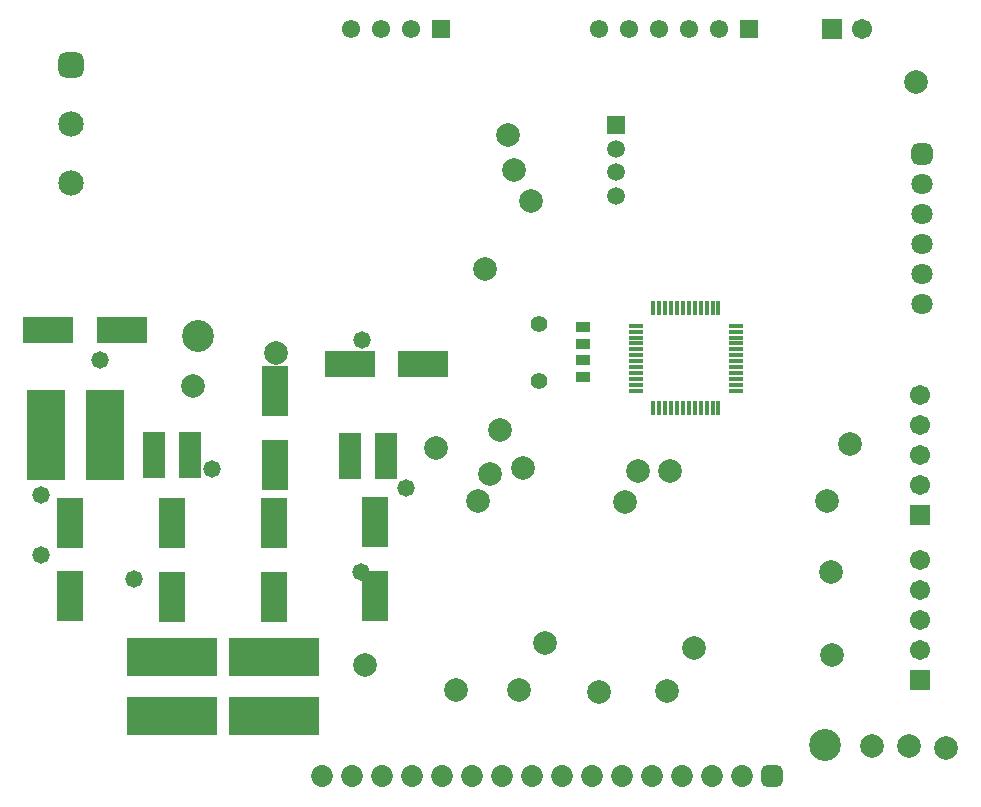
<source format=gbr>
%TF.GenerationSoftware,Altium Limited,Altium Designer,24.7.2 (38)*%
G04 Layer_Color=8388736*
%FSLAX45Y45*%
%MOMM*%
%TF.SameCoordinates,313A2AA4-CFAA-4B56-AAC7-ADE98D6BBF51*%
%TF.FilePolarity,Negative*%
%TF.FileFunction,Soldermask,Top*%
%TF.Part,Single*%
G01*
G75*
%TA.AperFunction,SMDPad,CuDef*%
%ADD16R,1.19380X0.30480*%
%ADD17R,0.30480X1.19380*%
%ADD18R,1.26213X0.95776*%
%TA.AperFunction,ComponentPad*%
%ADD33R,1.55000X1.55000*%
%ADD34C,1.55000*%
%TA.AperFunction,SMDPad,CuDef*%
%ADD70R,4.20320X2.20320*%
%ADD71R,2.20320X4.20320*%
%ADD72R,1.90320X4.00320*%
%ADD73R,3.20320X7.70320*%
%ADD74R,7.70320X3.20320*%
%TA.AperFunction,ComponentPad*%
%ADD75C,1.80320*%
G04:AMPARAMS|DCode=76|XSize=1.8032mm|YSize=1.8032mm|CornerRadius=0.5016mm|HoleSize=0mm|Usage=FLASHONLY|Rotation=270.000|XOffset=0mm|YOffset=0mm|HoleType=Round|Shape=RoundedRectangle|*
%AMROUNDEDRECTD76*
21,1,1.80320,0.80000,0,0,270.0*
21,1,0.80000,1.80320,0,0,270.0*
1,1,1.00320,-0.40000,-0.40000*
1,1,1.00320,-0.40000,0.40000*
1,1,1.00320,0.40000,0.40000*
1,1,1.00320,0.40000,-0.40000*
%
%ADD76ROUNDEDRECTD76*%
%ADD77C,2.00320*%
%ADD78C,2.70320*%
%ADD79C,1.40320*%
%ADD80C,1.70320*%
%ADD81R,1.70320X1.70320*%
%ADD82C,1.50320*%
%ADD83R,1.50320X1.50320*%
%ADD84C,2.15320*%
G04:AMPARAMS|DCode=85|XSize=2.1532mm|YSize=2.1532mm|CornerRadius=0.5891mm|HoleSize=0mm|Usage=FLASHONLY|Rotation=270.000|XOffset=0mm|YOffset=0mm|HoleType=Round|Shape=RoundedRectangle|*
%AMROUNDEDRECTD85*
21,1,2.15320,0.97500,0,0,270.0*
21,1,0.97500,2.15320,0,0,270.0*
1,1,1.17820,-0.48750,-0.48750*
1,1,1.17820,-0.48750,0.48750*
1,1,1.17820,0.48750,0.48750*
1,1,1.17820,0.48750,-0.48750*
%
%ADD85ROUNDEDRECTD85*%
%ADD86R,1.70320X1.70320*%
%ADD87C,1.85320*%
G04:AMPARAMS|DCode=88|XSize=1.8532mm|YSize=1.8532mm|CornerRadius=0.5141mm|HoleSize=0mm|Usage=FLASHONLY|Rotation=0.000|XOffset=0mm|YOffset=0mm|HoleType=Round|Shape=RoundedRectangle|*
%AMROUNDEDRECTD88*
21,1,1.85320,0.82500,0,0,0.0*
21,1,0.82500,1.85320,0,0,0.0*
1,1,1.02820,0.41250,-0.41250*
1,1,1.02820,-0.41250,-0.41250*
1,1,1.02820,-0.41250,0.41250*
1,1,1.02820,0.41250,0.41250*
%
%ADD88ROUNDEDRECTD88*%
%TA.AperFunction,ViaPad*%
%ADD89C,1.47320*%
D16*
X5247500Y4037500D02*
D03*
Y3987500D02*
D03*
Y3937500D02*
D03*
Y3887500D02*
D03*
Y3837500D02*
D03*
Y3787500D02*
D03*
Y3737500D02*
D03*
Y3687500D02*
D03*
Y3637500D02*
D03*
Y3587500D02*
D03*
Y3537500D02*
D03*
Y3487500D02*
D03*
X6097500D02*
D03*
Y3537500D02*
D03*
Y3587500D02*
D03*
Y3637500D02*
D03*
Y3687500D02*
D03*
Y3737500D02*
D03*
Y3787500D02*
D03*
Y3837500D02*
D03*
Y3887500D02*
D03*
Y3937500D02*
D03*
Y3987500D02*
D03*
Y4037500D02*
D03*
D17*
X5397500Y3337500D02*
D03*
X5447500D02*
D03*
X5497500D02*
D03*
X5547500D02*
D03*
X5597500D02*
D03*
X5647500D02*
D03*
X5697500D02*
D03*
X5747500D02*
D03*
X5797500D02*
D03*
X5847500D02*
D03*
X5897500D02*
D03*
X5947500D02*
D03*
Y4187500D02*
D03*
X5897500D02*
D03*
X5847500D02*
D03*
X5797500D02*
D03*
X5747500D02*
D03*
X5697500D02*
D03*
X5647500D02*
D03*
X5597500D02*
D03*
X5547500D02*
D03*
X5497500D02*
D03*
X5447500D02*
D03*
X5397500D02*
D03*
D18*
X4797500Y3745218D02*
D03*
Y3599781D02*
D03*
Y4025219D02*
D03*
Y3879782D02*
D03*
D33*
X6203500Y6550000D02*
D03*
X3600000Y6552500D02*
D03*
D34*
X5949500Y6550000D02*
D03*
X5695500D02*
D03*
X5441500D02*
D03*
X5187500D02*
D03*
X4933500D02*
D03*
X3346000Y6552500D02*
D03*
X3092000D02*
D03*
X2838000D02*
D03*
D70*
X272700Y4005000D02*
D03*
X895000D02*
D03*
X3447300Y3712500D02*
D03*
X2825000D02*
D03*
D71*
X1320000Y2364800D02*
D03*
Y1742500D02*
D03*
X2182500Y2364800D02*
D03*
Y1742500D02*
D03*
X3040000Y1750000D02*
D03*
Y2372300D02*
D03*
X2192500Y3482500D02*
D03*
Y2860200D02*
D03*
X457500Y1747500D02*
D03*
Y2369800D02*
D03*
D72*
X2825100Y2937500D02*
D03*
X3129900D02*
D03*
X1474900Y2940000D02*
D03*
X1170100D02*
D03*
D73*
X250000Y3110000D02*
D03*
X750000D02*
D03*
D74*
X1320000Y732500D02*
D03*
Y1232500D02*
D03*
X2185000Y730000D02*
D03*
Y1230000D02*
D03*
D75*
X7667500Y4731000D02*
D03*
Y5239000D02*
D03*
Y4985000D02*
D03*
Y4477000D02*
D03*
Y4223000D02*
D03*
D76*
Y5493000D02*
D03*
D77*
X4289984Y2835000D02*
D03*
X3555000Y3005000D02*
D03*
X7060000Y3035000D02*
D03*
X6867500Y2552500D02*
D03*
X7622500Y6100000D02*
D03*
X2205000Y3807500D02*
D03*
X6912500Y1247500D02*
D03*
X2955000Y1162500D02*
D03*
X7562500Y477500D02*
D03*
X4100000Y3152500D02*
D03*
X7250000Y477500D02*
D03*
X6897500Y1955000D02*
D03*
X1502500Y3530000D02*
D03*
X5742500Y1312492D02*
D03*
X5533750Y2803750D02*
D03*
X5267500Y2805000D02*
D03*
X5512500Y947500D02*
D03*
X5155000Y2545000D02*
D03*
X4932233Y936234D02*
D03*
X4260000Y952500D02*
D03*
X4478726Y1350000D02*
D03*
X3722500Y957500D02*
D03*
X4009984Y2781656D02*
D03*
X3909984Y2550000D02*
D03*
X3975000Y4517500D02*
D03*
X4167500Y5652500D02*
D03*
X4215000Y5352500D02*
D03*
X4357500Y5090000D02*
D03*
X7872500Y465000D02*
D03*
D78*
X1545000Y3952500D02*
D03*
X6847500Y490000D02*
D03*
D79*
X4427500Y3566000D02*
D03*
Y4054000D02*
D03*
D80*
X7167000Y6550000D02*
D03*
X7655000Y3448000D02*
D03*
Y3194000D02*
D03*
Y2686000D02*
D03*
Y2940000D02*
D03*
Y2058000D02*
D03*
Y1804000D02*
D03*
Y1296000D02*
D03*
Y1550000D02*
D03*
D81*
X6913000Y6550000D02*
D03*
D82*
X5082496Y5135000D02*
D03*
Y5335000D02*
D03*
Y5535000D02*
D03*
D83*
Y5735000D02*
D03*
D84*
X467498Y5242552D02*
D03*
Y5742551D02*
D03*
D85*
Y6242550D02*
D03*
D86*
X7655000Y2432000D02*
D03*
Y1042000D02*
D03*
D87*
X5135000Y227000D02*
D03*
X5389000D02*
D03*
X5643000D02*
D03*
X6151000D02*
D03*
X5897000D02*
D03*
X4881000D02*
D03*
X4627000D02*
D03*
X4373000D02*
D03*
X4119000D02*
D03*
X3865000D02*
D03*
X3611000D02*
D03*
X3357000D02*
D03*
X3103000D02*
D03*
X2849000D02*
D03*
X2595000D02*
D03*
D88*
X6405000D02*
D03*
D89*
X707500Y3747500D02*
D03*
X2930000Y3912500D02*
D03*
X2917500Y1955000D02*
D03*
X1002500Y1892500D02*
D03*
X1657500Y2827500D02*
D03*
X212500Y2602500D02*
D03*
X210000Y2092500D02*
D03*
X3302500Y2667500D02*
D03*
%TF.MD5,ec8960d7a8902c937ae6a0a3cefa6011*%
M02*

</source>
